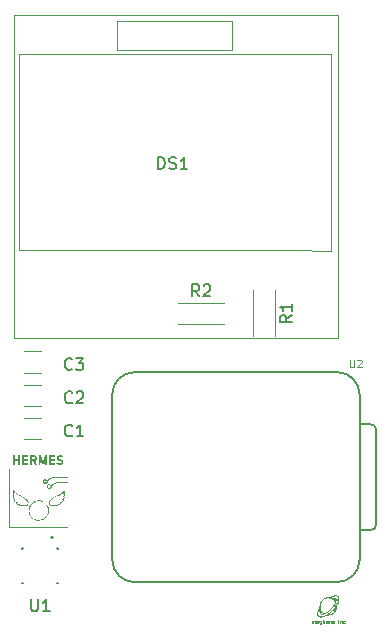
<source format=gbr>
%TF.GenerationSoftware,KiCad,Pcbnew,9.0.1*%
%TF.CreationDate,2025-07-17T13:04:37-04:00*%
%TF.ProjectId,hermes,6865726d-6573-42e6-9b69-6361645f7063,rev?*%
%TF.SameCoordinates,Original*%
%TF.FileFunction,Legend,Top*%
%TF.FilePolarity,Positive*%
%FSLAX46Y46*%
G04 Gerber Fmt 4.6, Leading zero omitted, Abs format (unit mm)*
G04 Created by KiCad (PCBNEW 9.0.1) date 2025-07-17 13:04:37*
%MOMM*%
%LPD*%
G01*
G04 APERTURE LIST*
%ADD10C,0.200000*%
%ADD11C,0.075000*%
%ADD12C,0.150000*%
%ADD13C,0.101600*%
%ADD14C,0.000000*%
%ADD15C,0.120000*%
%ADD16C,0.127000*%
%ADD17C,0.100000*%
G04 APERTURE END LIST*
D10*
G36*
X100872435Y-113744000D02*
G01*
X100872435Y-112949917D01*
X101022205Y-112949917D01*
X101022205Y-113744000D01*
X100872435Y-113744000D01*
G37*
G36*
X100437438Y-113744000D02*
G01*
X100437438Y-112949917D01*
X100587159Y-112949917D01*
X100587159Y-113744000D01*
X100437438Y-113744000D01*
G37*
G36*
X100506852Y-113421990D02*
G01*
X100506852Y-113277398D01*
X100969741Y-113277398D01*
X100969741Y-113421990D01*
X100506852Y-113421990D01*
G37*
G36*
X101197131Y-113744000D02*
G01*
X101197131Y-112949917D01*
X101346852Y-112949917D01*
X101346852Y-113744000D01*
X101197131Y-113744000D01*
G37*
G36*
X101251256Y-113744000D02*
G01*
X101251256Y-113599408D01*
X101729434Y-113599408D01*
X101729434Y-113744000D01*
X101251256Y-113744000D01*
G37*
G36*
X101251256Y-113421990D02*
G01*
X101251256Y-113277398D01*
X101669302Y-113277398D01*
X101669302Y-113421990D01*
X101251256Y-113421990D01*
G37*
G36*
X101251256Y-113094509D02*
G01*
X101251256Y-112949917D01*
X101729434Y-112949917D01*
X101729434Y-113094509D01*
X101251256Y-113094509D01*
G37*
G36*
X101925708Y-113425116D02*
G01*
X101925708Y-113280524D01*
X102202240Y-113280524D01*
X102224353Y-113277588D01*
X102242725Y-113269144D01*
X102258269Y-113254976D01*
X102273864Y-113226324D01*
X102279860Y-113187517D01*
X102277306Y-113160337D01*
X102270165Y-113138214D01*
X102258806Y-113120106D01*
X102243274Y-113105944D01*
X102224737Y-113097467D01*
X102202240Y-113094509D01*
X101925708Y-113094509D01*
X101925708Y-112949917D01*
X102214256Y-112949917D01*
X102257533Y-112953367D01*
X102295767Y-112963299D01*
X102329832Y-112979422D01*
X102360241Y-113001659D01*
X102385726Y-113029144D01*
X102406622Y-113062464D01*
X102421488Y-113099059D01*
X102430745Y-113140451D01*
X102433977Y-113187517D01*
X102430718Y-113234570D01*
X102421382Y-113275978D01*
X102406378Y-113312618D01*
X102385330Y-113345937D01*
X102359838Y-113373406D01*
X102329588Y-113395612D01*
X102295678Y-113411726D01*
X102257531Y-113421662D01*
X102214256Y-113425116D01*
X101925708Y-113425116D01*
G37*
G36*
X101866161Y-113744000D02*
G01*
X101866161Y-112949917D01*
X102015882Y-112949917D01*
X102015882Y-113744000D01*
X101866161Y-113744000D01*
G37*
G36*
X102285868Y-113744000D02*
G01*
X102092965Y-113400448D01*
X102253091Y-113375290D01*
X102467292Y-113744000D01*
X102285868Y-113744000D01*
G37*
G36*
X102944836Y-113485151D02*
G01*
X103096217Y-112949917D01*
X103293468Y-112949917D01*
X103293468Y-113744000D01*
X103157424Y-113744000D01*
X103157424Y-113127433D01*
X103162847Y-113162360D01*
X103010928Y-113655535D01*
X102878695Y-113655535D01*
X102726775Y-113173302D01*
X102732247Y-113127433D01*
X102732247Y-113744000D01*
X102596154Y-113744000D01*
X102596154Y-112949917D01*
X102793454Y-112949917D01*
X102944836Y-113485151D01*
G37*
G36*
X103468394Y-113744000D02*
G01*
X103468394Y-112949917D01*
X103618115Y-112949917D01*
X103618115Y-113744000D01*
X103468394Y-113744000D01*
G37*
G36*
X103522519Y-113744000D02*
G01*
X103522519Y-113599408D01*
X104000697Y-113599408D01*
X104000697Y-113744000D01*
X103522519Y-113744000D01*
G37*
G36*
X103522519Y-113421990D02*
G01*
X103522519Y-113277398D01*
X103940565Y-113277398D01*
X103940565Y-113421990D01*
X103522519Y-113421990D01*
G37*
G36*
X103522519Y-113094509D02*
G01*
X103522519Y-112949917D01*
X104000697Y-112949917D01*
X104000697Y-113094509D01*
X103522519Y-113094509D01*
G37*
G36*
X104387187Y-113752597D02*
G01*
X104330797Y-113749711D01*
X104275959Y-113741117D01*
X104222935Y-113726859D01*
X104174012Y-113707510D01*
X104128487Y-113682926D01*
X104088234Y-113654216D01*
X104157648Y-113530629D01*
X104206685Y-113563894D01*
X104263649Y-113589003D01*
X104324617Y-113604430D01*
X104387187Y-113609568D01*
X104435621Y-113606345D01*
X104472729Y-113597674D01*
X104500858Y-113584655D01*
X104523649Y-113565381D01*
X104536791Y-113542354D01*
X104541304Y-113514265D01*
X104541304Y-113513678D01*
X104535933Y-113482464D01*
X104521081Y-113460922D01*
X104498408Y-113445387D01*
X104467787Y-113433860D01*
X104395931Y-113419108D01*
X104301898Y-113401376D01*
X104255989Y-113387441D01*
X104214459Y-113367475D01*
X104178765Y-113339533D01*
X104150272Y-113301041D01*
X104137446Y-113271233D01*
X104129028Y-113233411D01*
X104125945Y-113185709D01*
X104125945Y-113185123D01*
X104131149Y-113127969D01*
X104145873Y-113080002D01*
X104169510Y-113039430D01*
X104202442Y-113005018D01*
X104241986Y-112978561D01*
X104290040Y-112958694D01*
X104348312Y-112945914D01*
X104418890Y-112941320D01*
X104483247Y-112946609D01*
X104550000Y-112962911D01*
X104614376Y-112989091D01*
X104674075Y-113024411D01*
X104610669Y-113151222D01*
X104563421Y-113122481D01*
X104514780Y-113101641D01*
X104464944Y-113088519D01*
X104418890Y-113084348D01*
X104373276Y-113087307D01*
X104338500Y-113095245D01*
X104312302Y-113107112D01*
X104290971Y-113124736D01*
X104278762Y-113145614D01*
X104274591Y-113170908D01*
X104274591Y-113171494D01*
X104277336Y-113196012D01*
X104284906Y-113214878D01*
X104296964Y-113229429D01*
X104321968Y-113246171D01*
X104355436Y-113258689D01*
X104433056Y-113276421D01*
X104524305Y-113298012D01*
X104568032Y-113313786D01*
X104607397Y-113334942D01*
X104641045Y-113363230D01*
X104667529Y-113401083D01*
X104679406Y-113430002D01*
X104687140Y-113465936D01*
X104689951Y-113510406D01*
X104689951Y-113511529D01*
X104684617Y-113567603D01*
X104669470Y-113614881D01*
X104645009Y-113655118D01*
X104610669Y-113689484D01*
X104569916Y-113715623D01*
X104520321Y-113735324D01*
X104460122Y-113748026D01*
X104387187Y-113752597D01*
G37*
D11*
X125720770Y-127159385D02*
X125720770Y-126959385D01*
X125720770Y-126987957D02*
X125735056Y-126973671D01*
X125735056Y-126973671D02*
X125763627Y-126959385D01*
X125763627Y-126959385D02*
X125806484Y-126959385D01*
X125806484Y-126959385D02*
X125835056Y-126973671D01*
X125835056Y-126973671D02*
X125849342Y-127002242D01*
X125849342Y-127002242D02*
X125849342Y-127159385D01*
X125849342Y-127002242D02*
X125863627Y-126973671D01*
X125863627Y-126973671D02*
X125892199Y-126959385D01*
X125892199Y-126959385D02*
X125935056Y-126959385D01*
X125935056Y-126959385D02*
X125963627Y-126973671D01*
X125963627Y-126973671D02*
X125977913Y-127002242D01*
X125977913Y-127002242D02*
X125977913Y-127159385D01*
X126235056Y-127145100D02*
X126206484Y-127159385D01*
X126206484Y-127159385D02*
X126149342Y-127159385D01*
X126149342Y-127159385D02*
X126120770Y-127145100D01*
X126120770Y-127145100D02*
X126106484Y-127116528D01*
X126106484Y-127116528D02*
X126106484Y-127002242D01*
X126106484Y-127002242D02*
X126120770Y-126973671D01*
X126120770Y-126973671D02*
X126149342Y-126959385D01*
X126149342Y-126959385D02*
X126206484Y-126959385D01*
X126206484Y-126959385D02*
X126235056Y-126973671D01*
X126235056Y-126973671D02*
X126249342Y-127002242D01*
X126249342Y-127002242D02*
X126249342Y-127030814D01*
X126249342Y-127030814D02*
X126106484Y-127059385D01*
X126506485Y-126959385D02*
X126506485Y-127202242D01*
X126506485Y-127202242D02*
X126492199Y-127230814D01*
X126492199Y-127230814D02*
X126477913Y-127245100D01*
X126477913Y-127245100D02*
X126449342Y-127259385D01*
X126449342Y-127259385D02*
X126406485Y-127259385D01*
X126406485Y-127259385D02*
X126377913Y-127245100D01*
X126506485Y-127145100D02*
X126477913Y-127159385D01*
X126477913Y-127159385D02*
X126420770Y-127159385D01*
X126420770Y-127159385D02*
X126392199Y-127145100D01*
X126392199Y-127145100D02*
X126377913Y-127130814D01*
X126377913Y-127130814D02*
X126363627Y-127102242D01*
X126363627Y-127102242D02*
X126363627Y-127016528D01*
X126363627Y-127016528D02*
X126377913Y-126987957D01*
X126377913Y-126987957D02*
X126392199Y-126973671D01*
X126392199Y-126973671D02*
X126420770Y-126959385D01*
X126420770Y-126959385D02*
X126477913Y-126959385D01*
X126477913Y-126959385D02*
X126506485Y-126973671D01*
X126649342Y-127159385D02*
X126649342Y-126859385D01*
X126777914Y-127159385D02*
X126777914Y-127002242D01*
X126777914Y-127002242D02*
X126763628Y-126973671D01*
X126763628Y-126973671D02*
X126735056Y-126959385D01*
X126735056Y-126959385D02*
X126692199Y-126959385D01*
X126692199Y-126959385D02*
X126663628Y-126973671D01*
X126663628Y-126973671D02*
X126649342Y-126987957D01*
X127049343Y-127159385D02*
X127049343Y-127002242D01*
X127049343Y-127002242D02*
X127035057Y-126973671D01*
X127035057Y-126973671D02*
X127006485Y-126959385D01*
X127006485Y-126959385D02*
X126949343Y-126959385D01*
X126949343Y-126959385D02*
X126920771Y-126973671D01*
X127049343Y-127145100D02*
X127020771Y-127159385D01*
X127020771Y-127159385D02*
X126949343Y-127159385D01*
X126949343Y-127159385D02*
X126920771Y-127145100D01*
X126920771Y-127145100D02*
X126906485Y-127116528D01*
X126906485Y-127116528D02*
X126906485Y-127087957D01*
X126906485Y-127087957D02*
X126920771Y-127059385D01*
X126920771Y-127059385D02*
X126949343Y-127045100D01*
X126949343Y-127045100D02*
X127020771Y-127045100D01*
X127020771Y-127045100D02*
X127049343Y-127030814D01*
X127192200Y-126959385D02*
X127192200Y-127159385D01*
X127192200Y-126987957D02*
X127206486Y-126973671D01*
X127206486Y-126973671D02*
X127235057Y-126959385D01*
X127235057Y-126959385D02*
X127277914Y-126959385D01*
X127277914Y-126959385D02*
X127306486Y-126973671D01*
X127306486Y-126973671D02*
X127320772Y-127002242D01*
X127320772Y-127002242D02*
X127320772Y-127159385D01*
X127592201Y-127159385D02*
X127592201Y-127002242D01*
X127592201Y-127002242D02*
X127577915Y-126973671D01*
X127577915Y-126973671D02*
X127549343Y-126959385D01*
X127549343Y-126959385D02*
X127492201Y-126959385D01*
X127492201Y-126959385D02*
X127463629Y-126973671D01*
X127592201Y-127145100D02*
X127563629Y-127159385D01*
X127563629Y-127159385D02*
X127492201Y-127159385D01*
X127492201Y-127159385D02*
X127463629Y-127145100D01*
X127463629Y-127145100D02*
X127449343Y-127116528D01*
X127449343Y-127116528D02*
X127449343Y-127087957D01*
X127449343Y-127087957D02*
X127463629Y-127059385D01*
X127463629Y-127059385D02*
X127492201Y-127045100D01*
X127492201Y-127045100D02*
X127563629Y-127045100D01*
X127563629Y-127045100D02*
X127592201Y-127030814D01*
X127963629Y-127159385D02*
X127963629Y-126959385D01*
X127963629Y-126859385D02*
X127949343Y-126873671D01*
X127949343Y-126873671D02*
X127963629Y-126887957D01*
X127963629Y-126887957D02*
X127977915Y-126873671D01*
X127977915Y-126873671D02*
X127963629Y-126859385D01*
X127963629Y-126859385D02*
X127963629Y-126887957D01*
X128106486Y-126959385D02*
X128106486Y-127159385D01*
X128106486Y-126987957D02*
X128120772Y-126973671D01*
X128120772Y-126973671D02*
X128149343Y-126959385D01*
X128149343Y-126959385D02*
X128192200Y-126959385D01*
X128192200Y-126959385D02*
X128220772Y-126973671D01*
X128220772Y-126973671D02*
X128235058Y-127002242D01*
X128235058Y-127002242D02*
X128235058Y-127159385D01*
X128506487Y-127145100D02*
X128477915Y-127159385D01*
X128477915Y-127159385D02*
X128420772Y-127159385D01*
X128420772Y-127159385D02*
X128392201Y-127145100D01*
X128392201Y-127145100D02*
X128377915Y-127130814D01*
X128377915Y-127130814D02*
X128363629Y-127102242D01*
X128363629Y-127102242D02*
X128363629Y-127016528D01*
X128363629Y-127016528D02*
X128377915Y-126987957D01*
X128377915Y-126987957D02*
X128392201Y-126973671D01*
X128392201Y-126973671D02*
X128420772Y-126959385D01*
X128420772Y-126959385D02*
X128477915Y-126959385D01*
X128477915Y-126959385D02*
X128506487Y-126973671D01*
D12*
X124024819Y-101076666D02*
X123548628Y-101409999D01*
X124024819Y-101648094D02*
X123024819Y-101648094D01*
X123024819Y-101648094D02*
X123024819Y-101267142D01*
X123024819Y-101267142D02*
X123072438Y-101171904D01*
X123072438Y-101171904D02*
X123120057Y-101124285D01*
X123120057Y-101124285D02*
X123215295Y-101076666D01*
X123215295Y-101076666D02*
X123358152Y-101076666D01*
X123358152Y-101076666D02*
X123453390Y-101124285D01*
X123453390Y-101124285D02*
X123501009Y-101171904D01*
X123501009Y-101171904D02*
X123548628Y-101267142D01*
X123548628Y-101267142D02*
X123548628Y-101648094D01*
X124024819Y-100124285D02*
X124024819Y-100695713D01*
X124024819Y-100409999D02*
X123024819Y-100409999D01*
X123024819Y-100409999D02*
X123167676Y-100505237D01*
X123167676Y-100505237D02*
X123262914Y-100600475D01*
X123262914Y-100600475D02*
X123310533Y-100695713D01*
X105433333Y-111259580D02*
X105385714Y-111307200D01*
X105385714Y-111307200D02*
X105242857Y-111354819D01*
X105242857Y-111354819D02*
X105147619Y-111354819D01*
X105147619Y-111354819D02*
X105004762Y-111307200D01*
X105004762Y-111307200D02*
X104909524Y-111211961D01*
X104909524Y-111211961D02*
X104861905Y-111116723D01*
X104861905Y-111116723D02*
X104814286Y-110926247D01*
X104814286Y-110926247D02*
X104814286Y-110783390D01*
X104814286Y-110783390D02*
X104861905Y-110592914D01*
X104861905Y-110592914D02*
X104909524Y-110497676D01*
X104909524Y-110497676D02*
X105004762Y-110402438D01*
X105004762Y-110402438D02*
X105147619Y-110354819D01*
X105147619Y-110354819D02*
X105242857Y-110354819D01*
X105242857Y-110354819D02*
X105385714Y-110402438D01*
X105385714Y-110402438D02*
X105433333Y-110450057D01*
X106385714Y-111354819D02*
X105814286Y-111354819D01*
X106100000Y-111354819D02*
X106100000Y-110354819D01*
X106100000Y-110354819D02*
X106004762Y-110497676D01*
X106004762Y-110497676D02*
X105909524Y-110592914D01*
X105909524Y-110592914D02*
X105814286Y-110640533D01*
X101968095Y-125154819D02*
X101968095Y-125964342D01*
X101968095Y-125964342D02*
X102015714Y-126059580D01*
X102015714Y-126059580D02*
X102063333Y-126107200D01*
X102063333Y-126107200D02*
X102158571Y-126154819D01*
X102158571Y-126154819D02*
X102349047Y-126154819D01*
X102349047Y-126154819D02*
X102444285Y-126107200D01*
X102444285Y-126107200D02*
X102491904Y-126059580D01*
X102491904Y-126059580D02*
X102539523Y-125964342D01*
X102539523Y-125964342D02*
X102539523Y-125154819D01*
X103539523Y-126154819D02*
X102968095Y-126154819D01*
X103253809Y-126154819D02*
X103253809Y-125154819D01*
X103253809Y-125154819D02*
X103158571Y-125297676D01*
X103158571Y-125297676D02*
X103063333Y-125392914D01*
X103063333Y-125392914D02*
X102968095Y-125440533D01*
X105403333Y-105619580D02*
X105355714Y-105667200D01*
X105355714Y-105667200D02*
X105212857Y-105714819D01*
X105212857Y-105714819D02*
X105117619Y-105714819D01*
X105117619Y-105714819D02*
X104974762Y-105667200D01*
X104974762Y-105667200D02*
X104879524Y-105571961D01*
X104879524Y-105571961D02*
X104831905Y-105476723D01*
X104831905Y-105476723D02*
X104784286Y-105286247D01*
X104784286Y-105286247D02*
X104784286Y-105143390D01*
X104784286Y-105143390D02*
X104831905Y-104952914D01*
X104831905Y-104952914D02*
X104879524Y-104857676D01*
X104879524Y-104857676D02*
X104974762Y-104762438D01*
X104974762Y-104762438D02*
X105117619Y-104714819D01*
X105117619Y-104714819D02*
X105212857Y-104714819D01*
X105212857Y-104714819D02*
X105355714Y-104762438D01*
X105355714Y-104762438D02*
X105403333Y-104810057D01*
X105736667Y-104714819D02*
X106355714Y-104714819D01*
X106355714Y-104714819D02*
X106022381Y-105095771D01*
X106022381Y-105095771D02*
X106165238Y-105095771D01*
X106165238Y-105095771D02*
X106260476Y-105143390D01*
X106260476Y-105143390D02*
X106308095Y-105191009D01*
X106308095Y-105191009D02*
X106355714Y-105286247D01*
X106355714Y-105286247D02*
X106355714Y-105524342D01*
X106355714Y-105524342D02*
X106308095Y-105619580D01*
X106308095Y-105619580D02*
X106260476Y-105667200D01*
X106260476Y-105667200D02*
X106165238Y-105714819D01*
X106165238Y-105714819D02*
X105879524Y-105714819D01*
X105879524Y-105714819D02*
X105784286Y-105667200D01*
X105784286Y-105667200D02*
X105736667Y-105619580D01*
X112705714Y-88708819D02*
X112705714Y-87708819D01*
X112705714Y-87708819D02*
X112943809Y-87708819D01*
X112943809Y-87708819D02*
X113086666Y-87756438D01*
X113086666Y-87756438D02*
X113181904Y-87851676D01*
X113181904Y-87851676D02*
X113229523Y-87946914D01*
X113229523Y-87946914D02*
X113277142Y-88137390D01*
X113277142Y-88137390D02*
X113277142Y-88280247D01*
X113277142Y-88280247D02*
X113229523Y-88470723D01*
X113229523Y-88470723D02*
X113181904Y-88565961D01*
X113181904Y-88565961D02*
X113086666Y-88661200D01*
X113086666Y-88661200D02*
X112943809Y-88708819D01*
X112943809Y-88708819D02*
X112705714Y-88708819D01*
X113658095Y-88661200D02*
X113800952Y-88708819D01*
X113800952Y-88708819D02*
X114039047Y-88708819D01*
X114039047Y-88708819D02*
X114134285Y-88661200D01*
X114134285Y-88661200D02*
X114181904Y-88613580D01*
X114181904Y-88613580D02*
X114229523Y-88518342D01*
X114229523Y-88518342D02*
X114229523Y-88423104D01*
X114229523Y-88423104D02*
X114181904Y-88327866D01*
X114181904Y-88327866D02*
X114134285Y-88280247D01*
X114134285Y-88280247D02*
X114039047Y-88232628D01*
X114039047Y-88232628D02*
X113848571Y-88185009D01*
X113848571Y-88185009D02*
X113753333Y-88137390D01*
X113753333Y-88137390D02*
X113705714Y-88089771D01*
X113705714Y-88089771D02*
X113658095Y-87994533D01*
X113658095Y-87994533D02*
X113658095Y-87899295D01*
X113658095Y-87899295D02*
X113705714Y-87804057D01*
X113705714Y-87804057D02*
X113753333Y-87756438D01*
X113753333Y-87756438D02*
X113848571Y-87708819D01*
X113848571Y-87708819D02*
X114086666Y-87708819D01*
X114086666Y-87708819D02*
X114229523Y-87756438D01*
X115181904Y-88708819D02*
X114610476Y-88708819D01*
X114896190Y-88708819D02*
X114896190Y-87708819D01*
X114896190Y-87708819D02*
X114800952Y-87851676D01*
X114800952Y-87851676D02*
X114705714Y-87946914D01*
X114705714Y-87946914D02*
X114610476Y-87994533D01*
X116183333Y-99484819D02*
X115850000Y-99008628D01*
X115611905Y-99484819D02*
X115611905Y-98484819D01*
X115611905Y-98484819D02*
X115992857Y-98484819D01*
X115992857Y-98484819D02*
X116088095Y-98532438D01*
X116088095Y-98532438D02*
X116135714Y-98580057D01*
X116135714Y-98580057D02*
X116183333Y-98675295D01*
X116183333Y-98675295D02*
X116183333Y-98818152D01*
X116183333Y-98818152D02*
X116135714Y-98913390D01*
X116135714Y-98913390D02*
X116088095Y-98961009D01*
X116088095Y-98961009D02*
X115992857Y-99008628D01*
X115992857Y-99008628D02*
X115611905Y-99008628D01*
X116564286Y-98580057D02*
X116611905Y-98532438D01*
X116611905Y-98532438D02*
X116707143Y-98484819D01*
X116707143Y-98484819D02*
X116945238Y-98484819D01*
X116945238Y-98484819D02*
X117040476Y-98532438D01*
X117040476Y-98532438D02*
X117088095Y-98580057D01*
X117088095Y-98580057D02*
X117135714Y-98675295D01*
X117135714Y-98675295D02*
X117135714Y-98770533D01*
X117135714Y-98770533D02*
X117088095Y-98913390D01*
X117088095Y-98913390D02*
X116516667Y-99484819D01*
X116516667Y-99484819D02*
X117135714Y-99484819D01*
D13*
X128936190Y-104863479D02*
X128936190Y-105377526D01*
X128936190Y-105377526D02*
X128966428Y-105438002D01*
X128966428Y-105438002D02*
X128996666Y-105468241D01*
X128996666Y-105468241D02*
X129057142Y-105498479D01*
X129057142Y-105498479D02*
X129178095Y-105498479D01*
X129178095Y-105498479D02*
X129238571Y-105468241D01*
X129238571Y-105468241D02*
X129268809Y-105438002D01*
X129268809Y-105438002D02*
X129299047Y-105377526D01*
X129299047Y-105377526D02*
X129299047Y-104863479D01*
X129571190Y-104923955D02*
X129601428Y-104893717D01*
X129601428Y-104893717D02*
X129661904Y-104863479D01*
X129661904Y-104863479D02*
X129813095Y-104863479D01*
X129813095Y-104863479D02*
X129873571Y-104893717D01*
X129873571Y-104893717D02*
X129903809Y-104923955D01*
X129903809Y-104923955D02*
X129934047Y-104984431D01*
X129934047Y-104984431D02*
X129934047Y-105044907D01*
X129934047Y-105044907D02*
X129903809Y-105135621D01*
X129903809Y-105135621D02*
X129540952Y-105498479D01*
X129540952Y-105498479D02*
X129934047Y-105498479D01*
D12*
X105433333Y-108449580D02*
X105385714Y-108497200D01*
X105385714Y-108497200D02*
X105242857Y-108544819D01*
X105242857Y-108544819D02*
X105147619Y-108544819D01*
X105147619Y-108544819D02*
X105004762Y-108497200D01*
X105004762Y-108497200D02*
X104909524Y-108401961D01*
X104909524Y-108401961D02*
X104861905Y-108306723D01*
X104861905Y-108306723D02*
X104814286Y-108116247D01*
X104814286Y-108116247D02*
X104814286Y-107973390D01*
X104814286Y-107973390D02*
X104861905Y-107782914D01*
X104861905Y-107782914D02*
X104909524Y-107687676D01*
X104909524Y-107687676D02*
X105004762Y-107592438D01*
X105004762Y-107592438D02*
X105147619Y-107544819D01*
X105147619Y-107544819D02*
X105242857Y-107544819D01*
X105242857Y-107544819D02*
X105385714Y-107592438D01*
X105385714Y-107592438D02*
X105433333Y-107640057D01*
X105814286Y-107640057D02*
X105861905Y-107592438D01*
X105861905Y-107592438D02*
X105957143Y-107544819D01*
X105957143Y-107544819D02*
X106195238Y-107544819D01*
X106195238Y-107544819D02*
X106290476Y-107592438D01*
X106290476Y-107592438D02*
X106338095Y-107640057D01*
X106338095Y-107640057D02*
X106385714Y-107735295D01*
X106385714Y-107735295D02*
X106385714Y-107830533D01*
X106385714Y-107830533D02*
X106338095Y-107973390D01*
X106338095Y-107973390D02*
X105766667Y-108544819D01*
X105766667Y-108544819D02*
X106385714Y-108544819D01*
D14*
%TO.C,G\u002A\u002A\u002A*%
G36*
X126472140Y-125766853D02*
G01*
X126472533Y-125772008D01*
X126471879Y-125773175D01*
X126470380Y-125772191D01*
X126470147Y-125768846D01*
X126470952Y-125765326D01*
X126472140Y-125766853D01*
G37*
G36*
X127798348Y-124806600D02*
G01*
X127816921Y-124806774D01*
X127831248Y-124807194D01*
X127842504Y-124807964D01*
X127851865Y-124809184D01*
X127860505Y-124810957D01*
X127869600Y-124813385D01*
X127876600Y-124815449D01*
X127892090Y-124820319D01*
X127907361Y-124825497D01*
X127919779Y-124830080D01*
X127922776Y-124831296D01*
X127936513Y-124838441D01*
X127952590Y-124848850D01*
X127968983Y-124861016D01*
X127983671Y-124873428D01*
X127994632Y-124884579D01*
X127995338Y-124885434D01*
X128001955Y-124893507D01*
X128007189Y-124899730D01*
X128008579Y-124901310D01*
X128017116Y-124912173D01*
X128026740Y-124926740D01*
X128036189Y-124942845D01*
X128044200Y-124958325D01*
X128049512Y-124971016D01*
X128049851Y-124972066D01*
X128054319Y-124990812D01*
X128057920Y-125014822D01*
X128060595Y-125042813D01*
X128062285Y-125073502D01*
X128062932Y-125105606D01*
X128062477Y-125137842D01*
X128060861Y-125168928D01*
X128059549Y-125184152D01*
X128053931Y-125229624D01*
X128046142Y-125273684D01*
X128035871Y-125317324D01*
X128022809Y-125361536D01*
X128006648Y-125407310D01*
X127987078Y-125455639D01*
X127963789Y-125507513D01*
X127949125Y-125538242D01*
X127932856Y-125571811D01*
X127919261Y-125600080D01*
X127908060Y-125623645D01*
X127898970Y-125643104D01*
X127891709Y-125659052D01*
X127887972Y-125667506D01*
X127885034Y-125675509D01*
X127882376Y-125685722D01*
X127879890Y-125698881D01*
X127877470Y-125715723D01*
X127875010Y-125736982D01*
X127872405Y-125763396D01*
X127869703Y-125793858D01*
X127865812Y-125833219D01*
X127861139Y-125869914D01*
X127855855Y-125902827D01*
X127850128Y-125930841D01*
X127847036Y-125943084D01*
X127843166Y-125957148D01*
X127839036Y-125972091D01*
X127837620Y-125977192D01*
X127830120Y-126000671D01*
X127819940Y-126027558D01*
X127807911Y-126055994D01*
X127794870Y-126084121D01*
X127781647Y-126110082D01*
X127769079Y-126132016D01*
X127765990Y-126136878D01*
X127762076Y-126143620D01*
X127758737Y-126150071D01*
X127751885Y-126162392D01*
X127742515Y-126177084D01*
X127732394Y-126191505D01*
X127723437Y-126202844D01*
X127716844Y-126210502D01*
X127711952Y-126216312D01*
X127710842Y-126217686D01*
X127687034Y-126247402D01*
X127665172Y-126272615D01*
X127644051Y-126294617D01*
X127622470Y-126314702D01*
X127613075Y-126322796D01*
X127601796Y-126332496D01*
X127588813Y-126343927D01*
X127578877Y-126352859D01*
X127568322Y-126362035D01*
X127558092Y-126370207D01*
X127550505Y-126375537D01*
X127543248Y-126380219D01*
X127538821Y-126383620D01*
X127538527Y-126383947D01*
X127534778Y-126386856D01*
X127526537Y-126392213D01*
X127514995Y-126399322D01*
X127501345Y-126407491D01*
X127486776Y-126416024D01*
X127472481Y-126424227D01*
X127459650Y-126431407D01*
X127449475Y-126436868D01*
X127443147Y-126439916D01*
X127441809Y-126440319D01*
X127438068Y-126441625D01*
X127430080Y-126445054D01*
X127419544Y-126449876D01*
X127419113Y-126450079D01*
X127371881Y-126469691D01*
X127321019Y-126485750D01*
X127266117Y-126498332D01*
X127206763Y-126507509D01*
X127142545Y-126513358D01*
X127073053Y-126515952D01*
X127054633Y-126516101D01*
X127024251Y-126516179D01*
X126958983Y-126548977D01*
X126907803Y-126574194D01*
X126861194Y-126596031D01*
X126818270Y-126614817D01*
X126778146Y-126630878D01*
X126739936Y-126644542D01*
X126702753Y-126656137D01*
X126665713Y-126665990D01*
X126627929Y-126674427D01*
X126610063Y-126677922D01*
X126588032Y-126681227D01*
X126562131Y-126683789D01*
X126534287Y-126685532D01*
X126506424Y-126686376D01*
X126480469Y-126686245D01*
X126458348Y-126685060D01*
X126451326Y-126684316D01*
X126415375Y-126678608D01*
X126383817Y-126670777D01*
X126354932Y-126660106D01*
X126326999Y-126645879D01*
X126298298Y-126627380D01*
X126277250Y-126611829D01*
X126255640Y-126594133D01*
X126238057Y-126577001D01*
X126223562Y-126559067D01*
X126211218Y-126538963D01*
X126200085Y-126515323D01*
X126189225Y-126486779D01*
X126187025Y-126480427D01*
X126175004Y-126445267D01*
X126173685Y-126376543D01*
X126173324Y-126346854D01*
X126173425Y-126337653D01*
X126264705Y-126337653D01*
X126265073Y-126380810D01*
X126269753Y-126420415D01*
X126278689Y-126456122D01*
X126291822Y-126487581D01*
X126309093Y-126514447D01*
X126325852Y-126532398D01*
X126353704Y-126553398D01*
X126386230Y-126570579D01*
X126422400Y-126583432D01*
X126436904Y-126587081D01*
X126451738Y-126589311D01*
X126471622Y-126590730D01*
X126495065Y-126591372D01*
X126520574Y-126591272D01*
X126546658Y-126590465D01*
X126571825Y-126588985D01*
X126594583Y-126586868D01*
X126613440Y-126584149D01*
X126619958Y-126582807D01*
X126680227Y-126566478D01*
X126742350Y-126545074D01*
X126806572Y-126518480D01*
X126873137Y-126486580D01*
X126942291Y-126449259D01*
X126997676Y-126416286D01*
X127180851Y-126416286D01*
X127182546Y-126418874D01*
X127190124Y-126419487D01*
X127203187Y-126418167D01*
X127221338Y-126414961D01*
X127244181Y-126409912D01*
X127249928Y-126408526D01*
X127296821Y-126395686D01*
X127341014Y-126380550D01*
X127384315Y-126362374D01*
X127428532Y-126340413D01*
X127465501Y-126319782D01*
X127474559Y-126313987D01*
X127487127Y-126305272D01*
X127501567Y-126294840D01*
X127516242Y-126283899D01*
X127529517Y-126273654D01*
X127539752Y-126265310D01*
X127541447Y-126263838D01*
X127590320Y-126216358D01*
X127633870Y-126165018D01*
X127672170Y-126109715D01*
X127705294Y-126050345D01*
X127726286Y-126004286D01*
X127735218Y-125981258D01*
X127744417Y-125954828D01*
X127753193Y-125927196D01*
X127760855Y-125900563D01*
X127766714Y-125877129D01*
X127767952Y-125871367D01*
X127770606Y-125858523D01*
X127772978Y-125847218D01*
X127774526Y-125840033D01*
X127776369Y-125831788D01*
X127768661Y-125840033D01*
X127761875Y-125847870D01*
X127753969Y-125857780D01*
X127751180Y-125861472D01*
X127745206Y-125869426D01*
X127740887Y-125874970D01*
X127739740Y-125876314D01*
X127736953Y-125879574D01*
X127731334Y-125886442D01*
X127724884Y-125894455D01*
X127676769Y-125952758D01*
X127628078Y-126007897D01*
X127616036Y-126020976D01*
X127599623Y-126038351D01*
X127580179Y-126058417D01*
X127558442Y-126080453D01*
X127535148Y-126103742D01*
X127511035Y-126127564D01*
X127486840Y-126151200D01*
X127463300Y-126173933D01*
X127441153Y-126195042D01*
X127421136Y-126213809D01*
X127403985Y-126229515D01*
X127390438Y-126241442D01*
X127386833Y-126244468D01*
X127370707Y-126257902D01*
X127356633Y-126269992D01*
X127341555Y-126283372D01*
X127337532Y-126286991D01*
X127325190Y-126297692D01*
X127310719Y-126309625D01*
X127297753Y-126319820D01*
X127287608Y-126327595D01*
X127279606Y-126333845D01*
X127275114Y-126337500D01*
X127274665Y-126337919D01*
X127270208Y-126341954D01*
X127262108Y-126348631D01*
X127252013Y-126356650D01*
X127241572Y-126364714D01*
X127232433Y-126371524D01*
X127228426Y-126374354D01*
X127217661Y-126382217D01*
X127206240Y-126391401D01*
X127195524Y-126400706D01*
X127186874Y-126408932D01*
X127181650Y-126414882D01*
X127180851Y-126416286D01*
X126997676Y-126416286D01*
X127014280Y-126406401D01*
X127068523Y-126371710D01*
X127085570Y-126360286D01*
X127104910Y-126346957D01*
X127125624Y-126332389D01*
X127146797Y-126317251D01*
X127167511Y-126302212D01*
X127186849Y-126287938D01*
X127203894Y-126275099D01*
X127217730Y-126264362D01*
X127227439Y-126256395D01*
X127230138Y-126253967D01*
X127238100Y-126246757D01*
X127245159Y-126240722D01*
X127251659Y-126235340D01*
X127261254Y-126227363D01*
X127271977Y-126218429D01*
X127273016Y-126217562D01*
X127283714Y-126208646D01*
X127293450Y-126200550D01*
X127300271Y-126194897D01*
X127300722Y-126194525D01*
X127308375Y-126188065D01*
X127314076Y-126183054D01*
X127318960Y-126178740D01*
X127327371Y-126171437D01*
X127337819Y-126162435D01*
X127342440Y-126158472D01*
X127353279Y-126149128D01*
X127362678Y-126140913D01*
X127369154Y-126135126D01*
X127370643Y-126133735D01*
X127374560Y-126130005D01*
X127382479Y-126122507D01*
X127393600Y-126111997D01*
X127407126Y-126099229D01*
X127422255Y-126084961D01*
X127426661Y-126080807D01*
X127445394Y-126063144D01*
X127460150Y-126049183D01*
X127471750Y-126038103D01*
X127481016Y-126029082D01*
X127488772Y-126021298D01*
X127495838Y-126013928D01*
X127503037Y-126006152D01*
X127511192Y-125997145D01*
X127518737Y-125988747D01*
X127529670Y-125976594D01*
X127539816Y-125965360D01*
X127547861Y-125956499D01*
X127551720Y-125952290D01*
X127557409Y-125945881D01*
X127565899Y-125935999D01*
X127575802Y-125924267D01*
X127581404Y-125917547D01*
X127592057Y-125904766D01*
X127602600Y-125892221D01*
X127611385Y-125881867D01*
X127614505Y-125878237D01*
X127622776Y-125868358D01*
X127632677Y-125856072D01*
X127640891Y-125845558D01*
X127650886Y-125832513D01*
X127662227Y-125817707D01*
X127671210Y-125805978D01*
X127681395Y-125792423D01*
X127692370Y-125777430D01*
X127700647Y-125765822D01*
X127707687Y-125755945D01*
X127713355Y-125748339D01*
X127716527Y-125744507D01*
X127716671Y-125744384D01*
X127719253Y-125741163D01*
X127724728Y-125733560D01*
X127732321Y-125722672D01*
X127741257Y-125709600D01*
X127742271Y-125708103D01*
X127769428Y-125666209D01*
X127796388Y-125621328D01*
X127822743Y-125574329D01*
X127848084Y-125526082D01*
X127872005Y-125477458D01*
X127894096Y-125429327D01*
X127913951Y-125382560D01*
X127931161Y-125338027D01*
X127945319Y-125296599D01*
X127956016Y-125259146D01*
X127959404Y-125244695D01*
X127962353Y-125227087D01*
X127964722Y-125204944D01*
X127966503Y-125179449D01*
X127967690Y-125151781D01*
X127968276Y-125123124D01*
X127968255Y-125094659D01*
X127967619Y-125067566D01*
X127966363Y-125043029D01*
X127964478Y-125022227D01*
X127961959Y-125006343D01*
X127960791Y-125001693D01*
X127955667Y-124989590D01*
X127947074Y-124974777D01*
X127936269Y-124959138D01*
X127924512Y-124944564D01*
X127918140Y-124937729D01*
X127901918Y-124925479D01*
X127880143Y-124915399D01*
X127853558Y-124907688D01*
X127822904Y-124902545D01*
X127788923Y-124900171D01*
X127777870Y-124900028D01*
X127733156Y-124901287D01*
X127689264Y-124905214D01*
X127644707Y-124912050D01*
X127597998Y-124922034D01*
X127547651Y-124935404D01*
X127535229Y-124939034D01*
X127514253Y-124945575D01*
X127491982Y-124953075D01*
X127469276Y-124961186D01*
X127446996Y-124969561D01*
X127426003Y-124977852D01*
X127407158Y-124985714D01*
X127391322Y-124992799D01*
X127379355Y-124998760D01*
X127372120Y-125003250D01*
X127370315Y-125005494D01*
X127373154Y-125008159D01*
X127380767Y-125012617D01*
X127391797Y-125018229D01*
X127404888Y-125024351D01*
X127418684Y-125030341D01*
X127431828Y-125035558D01*
X127439658Y-125038321D01*
X127453014Y-125042189D01*
X127465225Y-125044270D01*
X127477864Y-125044511D01*
X127492501Y-125042861D01*
X127510706Y-125039267D01*
X127526983Y-125035428D01*
X127554120Y-125029041D01*
X127576600Y-125024432D01*
X127596044Y-125021359D01*
X127614076Y-125019581D01*
X127632318Y-125018859D01*
X127639124Y-125018812D01*
X127660693Y-125019958D01*
X127684068Y-125023096D01*
X127706744Y-125027769D01*
X127726213Y-125033520D01*
X127731744Y-125035677D01*
X127745100Y-125042986D01*
X127760451Y-125053878D01*
X127775793Y-125066689D01*
X127789124Y-125079756D01*
X127797992Y-125090724D01*
X127807295Y-125105664D01*
X127814103Y-125119333D01*
X127818781Y-125133240D01*
X127821695Y-125148892D01*
X127823210Y-125167797D01*
X127823690Y-125191464D01*
X127823694Y-125196870D01*
X127823244Y-125224366D01*
X127821907Y-125246822D01*
X127819568Y-125265753D01*
X127817639Y-125276029D01*
X127805815Y-125325020D01*
X127791137Y-125374038D01*
X127773333Y-125423686D01*
X127752128Y-125474566D01*
X127727249Y-125527283D01*
X127698420Y-125582440D01*
X127665369Y-125640638D01*
X127627821Y-125702483D01*
X127613892Y-125724590D01*
X127605716Y-125737279D01*
X127598721Y-125747812D01*
X127593715Y-125754991D01*
X127591612Y-125757572D01*
X127588855Y-125760800D01*
X127583214Y-125768270D01*
X127575563Y-125778802D01*
X127568391Y-125788910D01*
X127557894Y-125803509D01*
X127546821Y-125818344D01*
X127536846Y-125831195D01*
X127532333Y-125836735D01*
X127524298Y-125846374D01*
X127517677Y-125854413D01*
X127513868Y-125859157D01*
X127513808Y-125859235D01*
X127508866Y-125865318D01*
X127505544Y-125869165D01*
X127500141Y-125875570D01*
X127493568Y-125883755D01*
X127492911Y-125884595D01*
X127480855Y-125899184D01*
X127464871Y-125917218D01*
X127445919Y-125937712D01*
X127424959Y-125959682D01*
X127402949Y-125982143D01*
X127380849Y-126004110D01*
X127359619Y-126024598D01*
X127340219Y-126042621D01*
X127330681Y-126051123D01*
X127319576Y-126060873D01*
X127309906Y-126069434D01*
X127303052Y-126075580D01*
X127300959Y-126077509D01*
X127294569Y-126083193D01*
X127284239Y-126091951D01*
X127271205Y-126102771D01*
X127256702Y-126114638D01*
X127241966Y-126126539D01*
X127228234Y-126137461D01*
X127220534Y-126143475D01*
X127209158Y-126152350D01*
X127199111Y-126160327D01*
X127192043Y-126166090D01*
X127190520Y-126167393D01*
X127177243Y-126178269D01*
X127159174Y-126191859D01*
X127137224Y-126207566D01*
X127112308Y-126224789D01*
X127085335Y-126242932D01*
X127057219Y-126261395D01*
X127028872Y-126279580D01*
X127001206Y-126296889D01*
X126975134Y-126312722D01*
X126951567Y-126326483D01*
X126931417Y-126337571D01*
X126929996Y-126338317D01*
X126918121Y-126344649D01*
X126908620Y-126349960D01*
X126902916Y-126353443D01*
X126901960Y-126354208D01*
X126898408Y-126356406D01*
X126889898Y-126360816D01*
X126877485Y-126366938D01*
X126862223Y-126374271D01*
X126845166Y-126382313D01*
X126827368Y-126390562D01*
X126809885Y-126398518D01*
X126793771Y-126405678D01*
X126793250Y-126405906D01*
X126746386Y-126424562D01*
X126701205Y-126438954D01*
X126658138Y-126449047D01*
X126617615Y-126454810D01*
X126580067Y-126456209D01*
X126545924Y-126453211D01*
X126515617Y-126445783D01*
X126489577Y-126433892D01*
X126483080Y-126429738D01*
X126463717Y-126414053D01*
X126446130Y-126395347D01*
X126432113Y-126375657D01*
X126426990Y-126366052D01*
X126416800Y-126341102D01*
X126409936Y-126316410D01*
X126406169Y-126290379D01*
X126405268Y-126261413D01*
X126405675Y-126253554D01*
X126499607Y-126253554D01*
X126500929Y-126282189D01*
X126505121Y-126305397D01*
X126512618Y-126323881D01*
X126523856Y-126338344D01*
X126539271Y-126349492D01*
X126559299Y-126358028D01*
X126565536Y-126359971D01*
X126576851Y-126361965D01*
X126591963Y-126362918D01*
X126608544Y-126362867D01*
X126624271Y-126361851D01*
X126636816Y-126359906D01*
X126640755Y-126358756D01*
X126648359Y-126355932D01*
X126637990Y-126342884D01*
X126631673Y-126335436D01*
X126622040Y-126324678D01*
X126610376Y-126312023D01*
X126597969Y-126298886D01*
X126597403Y-126298294D01*
X126577231Y-126277138D01*
X126561075Y-126259942D01*
X126548294Y-126245990D01*
X126538248Y-126234568D01*
X126530298Y-126224963D01*
X126523802Y-126216460D01*
X126522682Y-126214913D01*
X126516031Y-126206549D01*
X126510357Y-126200968D01*
X126507670Y-126199545D01*
X126504340Y-126201971D01*
X126501940Y-126209519D01*
X126500408Y-126222601D01*
X126499685Y-126241626D01*
X126499607Y-126253554D01*
X126405675Y-126253554D01*
X126407004Y-126227916D01*
X126407031Y-126227581D01*
X126408807Y-126209723D01*
X126411250Y-126192597D01*
X126414672Y-126174691D01*
X126419382Y-126154492D01*
X126425691Y-126130488D01*
X126430533Y-126113065D01*
X126432139Y-126106806D01*
X126432870Y-126101176D01*
X126432507Y-126094916D01*
X126430830Y-126086768D01*
X126427622Y-126075473D01*
X126422661Y-126059773D01*
X126419625Y-126050398D01*
X126413684Y-126031903D01*
X126407991Y-126013826D01*
X126403100Y-125997944D01*
X126399561Y-125986035D01*
X126398865Y-125983573D01*
X126395774Y-125972993D01*
X126393560Y-125967857D01*
X126391490Y-125967208D01*
X126388833Y-125970095D01*
X126388684Y-125970297D01*
X126384557Y-125977015D01*
X126378225Y-125988662D01*
X126370214Y-126004161D01*
X126361053Y-126022438D01*
X126351269Y-126042417D01*
X126341389Y-126063023D01*
X126331942Y-126083181D01*
X126323455Y-126101815D01*
X126317480Y-126115439D01*
X126306637Y-126141481D01*
X126298118Y-126163878D01*
X126291217Y-126184844D01*
X126285229Y-126206596D01*
X126279449Y-126231348D01*
X126277144Y-126242073D01*
X126268710Y-126291292D01*
X126264705Y-126337653D01*
X126173425Y-126337653D01*
X126173596Y-126322057D01*
X126174654Y-126300468D01*
X126176649Y-126280398D01*
X126179736Y-126260164D01*
X126184064Y-126238077D01*
X126187666Y-126221712D01*
X126195253Y-126191077D01*
X126204536Y-126158142D01*
X126214924Y-126124742D01*
X126225825Y-126092713D01*
X126236646Y-126063890D01*
X126244781Y-126044526D01*
X126252220Y-126028257D01*
X126260694Y-126010271D01*
X126269570Y-125991854D01*
X126278217Y-125974292D01*
X126285999Y-125958869D01*
X126292286Y-125946873D01*
X126296431Y-125939608D01*
X126300752Y-125932783D01*
X126307806Y-125921568D01*
X126316834Y-125907172D01*
X126327079Y-125890802D01*
X126335101Y-125877964D01*
X126365990Y-125828490D01*
X126368170Y-125752629D01*
X126368735Y-125738374D01*
X126467114Y-125738374D01*
X126467521Y-125766371D01*
X126470226Y-125819539D01*
X126475630Y-125868079D01*
X126484137Y-125913418D01*
X126496147Y-125956984D01*
X126512061Y-126000204D01*
X126532282Y-126044506D01*
X126557211Y-126091316D01*
X126560612Y-126097299D01*
X126575997Y-126123330D01*
X126589925Y-126144840D01*
X126603497Y-126163385D01*
X126617813Y-126180525D01*
X126624735Y-126188135D01*
X126635276Y-126199528D01*
X126645105Y-126210266D01*
X126652663Y-126218640D01*
X126654851Y-126221118D01*
X126666487Y-126233663D01*
X126680519Y-126247530D01*
X126696050Y-126261963D01*
X126712181Y-126276206D01*
X126728015Y-126289502D01*
X126742656Y-126301098D01*
X126755204Y-126310235D01*
X126764762Y-126316159D01*
X126770029Y-126318116D01*
X126773404Y-126316742D01*
X126781570Y-126312898D01*
X126793444Y-126307109D01*
X126807939Y-126299900D01*
X126814426Y-126296636D01*
X126829900Y-126288762D01*
X126843369Y-126281786D01*
X126853682Y-126276316D01*
X126859686Y-126272956D01*
X126860602Y-126272355D01*
X126864666Y-126269833D01*
X126873331Y-126264868D01*
X126885385Y-126258142D01*
X126899621Y-126250336D01*
X126901960Y-126249065D01*
X126926798Y-126234923D01*
X126955368Y-126217526D01*
X126986274Y-126197768D01*
X127018121Y-126176546D01*
X127049514Y-126154755D01*
X127055330Y-126150611D01*
X127069259Y-126140571D01*
X127084504Y-126129459D01*
X127100098Y-126117995D01*
X127115072Y-126106900D01*
X127128458Y-126096893D01*
X127139288Y-126088695D01*
X127146594Y-126083026D01*
X127149331Y-126080708D01*
X127152864Y-126077814D01*
X127159728Y-126072816D01*
X127162524Y-126070862D01*
X127170611Y-126065056D01*
X127176600Y-126060376D01*
X127177607Y-126059477D01*
X127182207Y-126055508D01*
X127189802Y-126049357D01*
X127193846Y-126046176D01*
X127204555Y-126037665D01*
X127216088Y-126028239D01*
X127226450Y-126019551D01*
X127233642Y-126013254D01*
X127233709Y-126013193D01*
X127244031Y-126003641D01*
X127256948Y-125991651D01*
X127271398Y-125978212D01*
X127286320Y-125964314D01*
X127300651Y-125950946D01*
X127313332Y-125939096D01*
X127323301Y-125929754D01*
X127329497Y-125923909D01*
X127329501Y-125923905D01*
X127347385Y-125906014D01*
X127368022Y-125883924D01*
X127390371Y-125858834D01*
X127413395Y-125831943D01*
X127436054Y-125804451D01*
X127457310Y-125777557D01*
X127465009Y-125767471D01*
X127473355Y-125756531D01*
X127480269Y-125747687D01*
X127484756Y-125742200D01*
X127485808Y-125741085D01*
X127488564Y-125737703D01*
X127494248Y-125729884D01*
X127502130Y-125718681D01*
X127511479Y-125705146D01*
X127521565Y-125690331D01*
X127531658Y-125675289D01*
X127535712Y-125669174D01*
X127542546Y-125658896D01*
X127548377Y-125650253D01*
X127551594Y-125645611D01*
X127555967Y-125639121D01*
X127562886Y-125628382D01*
X127571483Y-125614785D01*
X127580889Y-125599724D01*
X127590235Y-125584593D01*
X127598652Y-125570786D01*
X127605273Y-125559694D01*
X127606934Y-125556835D01*
X127614578Y-125543062D01*
X127623471Y-125526265D01*
X127633152Y-125507397D01*
X127643162Y-125487412D01*
X127653040Y-125467262D01*
X127662325Y-125447899D01*
X127670557Y-125430278D01*
X127677275Y-125415351D01*
X127682018Y-125404071D01*
X127684326Y-125397390D01*
X127684475Y-125396389D01*
X127682694Y-125388772D01*
X127678174Y-125378905D01*
X127675305Y-125374113D01*
X127669030Y-125364902D01*
X127660630Y-125353058D01*
X127650997Y-125339780D01*
X127641024Y-125326271D01*
X127631601Y-125313732D01*
X127623622Y-125303364D01*
X127617977Y-125296368D01*
X127615949Y-125294169D01*
X127611995Y-125290179D01*
X127605126Y-125282751D01*
X127596762Y-125273422D01*
X127595954Y-125272508D01*
X127583687Y-125259653D01*
X127567793Y-125244513D01*
X127550006Y-125228641D01*
X127532065Y-125213590D01*
X127517088Y-125201933D01*
X127508414Y-125195310D01*
X127501520Y-125189701D01*
X127499537Y-125187920D01*
X127494647Y-125184300D01*
X127492737Y-125183677D01*
X127488707Y-125181679D01*
X127483903Y-125177853D01*
X127473215Y-125169663D01*
X127457571Y-125159730D01*
X127438175Y-125148672D01*
X127416231Y-125137107D01*
X127392944Y-125125651D01*
X127386839Y-125122855D01*
X127584703Y-125122855D01*
X127586994Y-125127288D01*
X127593090Y-125134692D01*
X127601829Y-125143699D01*
X127605002Y-125146704D01*
X127626369Y-125166779D01*
X127643952Y-125183917D01*
X127659029Y-125199411D01*
X127672878Y-125214552D01*
X127678769Y-125221270D01*
X127689119Y-125233163D01*
X127699245Y-125244723D01*
X127707369Y-125253921D01*
X127709136Y-125255902D01*
X127715386Y-125263372D01*
X127719253Y-125268942D01*
X127719855Y-125270451D01*
X127721974Y-125271700D01*
X127723008Y-125271219D01*
X127725305Y-125267174D01*
X127728038Y-125258704D01*
X127729951Y-125250692D01*
X127731556Y-125238697D01*
X127732505Y-125222601D01*
X127732683Y-125204877D01*
X127732484Y-125197153D01*
X127730422Y-125172600D01*
X127726193Y-125153701D01*
X127719573Y-125139806D01*
X127710339Y-125130266D01*
X127709125Y-125129435D01*
X127697866Y-125124209D01*
X127681820Y-125119609D01*
X127662792Y-125116010D01*
X127642586Y-125113787D01*
X127631233Y-125113278D01*
X127610759Y-125113486D01*
X127596415Y-125115014D01*
X127587854Y-125117934D01*
X127584730Y-125122317D01*
X127584703Y-125122855D01*
X127386839Y-125122855D01*
X127369516Y-125114922D01*
X127347153Y-125105538D01*
X127331207Y-125099543D01*
X127272768Y-125081846D01*
X127214920Y-125070265D01*
X127156318Y-125064607D01*
X127095617Y-125064683D01*
X127087803Y-125065087D01*
X127024987Y-125071715D01*
X126963361Y-125084449D01*
X126902320Y-125103444D01*
X126843092Y-125128000D01*
X126830888Y-125133604D01*
X126821117Y-125137962D01*
X126815188Y-125140451D01*
X126814099Y-125140800D01*
X126810667Y-125142484D01*
X126804291Y-125146581D01*
X126803703Y-125146986D01*
X126796930Y-125151520D01*
X126786408Y-125158391D01*
X126773962Y-125166410D01*
X126768380Y-125169975D01*
X126752383Y-125180241D01*
X126740511Y-125188118D01*
X126731273Y-125194678D01*
X126723177Y-125200989D01*
X126714731Y-125208123D01*
X126712501Y-125210063D01*
X126702041Y-125219138D01*
X126691272Y-125228390D01*
X126687655Y-125231472D01*
X126651086Y-125265845D01*
X126616052Y-125305249D01*
X126583750Y-125348125D01*
X126555378Y-125392916D01*
X126537218Y-125427201D01*
X126514608Y-125477978D01*
X126496720Y-125527481D01*
X126483289Y-125576991D01*
X126474054Y-125627789D01*
X126468749Y-125681156D01*
X126467114Y-125738374D01*
X126368735Y-125738374D01*
X126370155Y-125702515D01*
X126373229Y-125657815D01*
X126377662Y-125617398D01*
X126383720Y-125580135D01*
X126391672Y-125544894D01*
X126401786Y-125510545D01*
X126414331Y-125475956D01*
X126429573Y-125439998D01*
X126447781Y-125401540D01*
X126454652Y-125387781D01*
X126464595Y-125368704D01*
X126475658Y-125348517D01*
X126487230Y-125328233D01*
X126498703Y-125308862D01*
X126509466Y-125291419D01*
X126518910Y-125276913D01*
X126526426Y-125266358D01*
X126530909Y-125261187D01*
X126534878Y-125256894D01*
X126541264Y-125249320D01*
X126546338Y-125243046D01*
X126561416Y-125225428D01*
X126580286Y-125205432D01*
X126601444Y-125184494D01*
X126623383Y-125164049D01*
X126644596Y-125145533D01*
X126663577Y-125130382D01*
X126667783Y-125127299D01*
X126676281Y-125121040D01*
X126682386Y-125116238D01*
X126684274Y-125114495D01*
X126687522Y-125111996D01*
X126695085Y-125106798D01*
X126705703Y-125099722D01*
X126718113Y-125091591D01*
X126731053Y-125083227D01*
X126743260Y-125075449D01*
X126753472Y-125069082D01*
X126760134Y-125065110D01*
X126774955Y-125057157D01*
X126794013Y-125047556D01*
X126815452Y-125037185D01*
X126837416Y-125026923D01*
X126858049Y-125017649D01*
X126875495Y-125010240D01*
X126879138Y-125008784D01*
X126891006Y-125004041D01*
X126901967Y-124999533D01*
X126906908Y-124997428D01*
X126916860Y-124994075D01*
X126931773Y-124990311D01*
X126950052Y-124986465D01*
X126970103Y-124982866D01*
X126990332Y-124979845D01*
X126994582Y-124979299D01*
X127004553Y-124978346D01*
X127019968Y-124977240D01*
X127039678Y-124976044D01*
X127062533Y-124974825D01*
X127087385Y-124973648D01*
X127113084Y-124972577D01*
X127113320Y-124972568D01*
X127138658Y-124971509D01*
X127162830Y-124970347D01*
X127184762Y-124969147D01*
X127203379Y-124967971D01*
X127217605Y-124966882D01*
X127226367Y-124965944D01*
X127226643Y-124965903D01*
X127236142Y-124963697D01*
X127248388Y-124959477D01*
X127264106Y-124952940D01*
X127284017Y-124943784D01*
X127308844Y-124931704D01*
X127312398Y-124929940D01*
X127342870Y-124914947D01*
X127369078Y-124902489D01*
X127392545Y-124891930D01*
X127414789Y-124882632D01*
X127437332Y-124873957D01*
X127461693Y-124865269D01*
X127487404Y-124856588D01*
X127535165Y-124841521D01*
X127578695Y-124829521D01*
X127619457Y-124820334D01*
X127658919Y-124813704D01*
X127698545Y-124809376D01*
X127739802Y-124807094D01*
X127774353Y-124806570D01*
X127798348Y-124806600D01*
G37*
D15*
%TO.C,R1*%
X120730000Y-98990000D02*
X120730000Y-102830000D01*
X122570000Y-98990000D02*
X122570000Y-102830000D01*
%TO.C,C1*%
X101368748Y-109780000D02*
X102791252Y-109780000D01*
X101368748Y-111600000D02*
X102791252Y-111600000D01*
D16*
%TO.C,U1*%
X101205000Y-120800000D02*
X101205000Y-120870000D01*
X101205000Y-120800000D02*
X101275000Y-120800000D01*
X101205000Y-123800000D02*
X101205000Y-123730000D01*
X101205000Y-123800000D02*
X101275000Y-123800000D01*
X104205000Y-120800000D02*
X104135000Y-120800000D01*
X104205000Y-120800000D02*
X104205000Y-120870000D01*
X104205000Y-123800000D02*
X104135000Y-123800000D01*
X104205000Y-123800000D02*
X104205000Y-123730000D01*
D10*
X103805000Y-119915000D02*
G75*
G02*
X103605000Y-119915000I-100000J0D01*
G01*
X103605000Y-119915000D02*
G75*
G02*
X103805000Y-119915000I100000J0D01*
G01*
D15*
%TO.C,C3*%
X101338748Y-104140000D02*
X102761252Y-104140000D01*
X101338748Y-105960000D02*
X102761252Y-105960000D01*
%TO.C,DS1*%
X100520000Y-75700000D02*
X127920000Y-75700000D01*
X100520000Y-103000000D02*
X100520000Y-75700000D01*
X100942000Y-78995000D02*
X124042000Y-78995000D01*
X100942000Y-95595000D02*
X100942000Y-78995000D01*
X109221000Y-76189000D02*
X109221000Y-78602000D01*
X109221000Y-76189000D02*
X119000000Y-76189000D01*
X119000000Y-76189000D02*
X119000000Y-78602000D01*
X119000000Y-78602000D02*
X109221000Y-78602000D01*
X124042000Y-78995000D02*
X127128000Y-78995000D01*
X124042000Y-95595000D02*
X100942000Y-95595000D01*
X124042000Y-95595000D02*
X127382000Y-95620000D01*
X127382000Y-78983000D02*
X127128000Y-78995000D01*
X127382000Y-95620000D02*
X127382000Y-78983000D01*
X127920000Y-75700000D02*
X127920000Y-103000000D01*
X127920000Y-103000000D02*
X100520000Y-103000000D01*
D14*
%TO.C,G\u002A\u002A\u002A*%
G36*
X102649009Y-116765580D02*
G01*
X102718718Y-116769552D01*
X102778599Y-116776940D01*
X102810000Y-116783725D01*
X102935993Y-116828451D01*
X103051794Y-116889813D01*
X103156147Y-116966557D01*
X103247797Y-117057427D01*
X103325489Y-117161168D01*
X103387969Y-117276525D01*
X103433981Y-117402243D01*
X103436172Y-117410023D01*
X103445851Y-117459977D01*
X103452120Y-117523730D01*
X103454976Y-117595377D01*
X103454419Y-117669009D01*
X103450447Y-117738718D01*
X103443059Y-117798599D01*
X103436274Y-117830000D01*
X103391897Y-117954887D01*
X103330903Y-118070109D01*
X103254708Y-118174240D01*
X103164728Y-118265858D01*
X103062379Y-118343540D01*
X102949076Y-118405863D01*
X102826234Y-118451403D01*
X102815000Y-118454563D01*
X102780323Y-118461303D01*
X102731462Y-118467221D01*
X102674120Y-118472000D01*
X102614000Y-118475321D01*
X102556806Y-118476867D01*
X102508242Y-118476319D01*
X102475000Y-118473523D01*
X102377360Y-118450723D01*
X102276072Y-118414360D01*
X102178567Y-118367521D01*
X102096564Y-118316383D01*
X102000439Y-118235535D01*
X101916519Y-118139993D01*
X101846313Y-118031959D01*
X101791326Y-117913636D01*
X101763827Y-117829976D01*
X101754148Y-117780022D01*
X101747879Y-117716269D01*
X101745023Y-117644622D01*
X101745514Y-117579709D01*
X101815096Y-117579709D01*
X101815495Y-117670354D01*
X101823920Y-117756631D01*
X101837962Y-117822991D01*
X101882079Y-117942970D01*
X101942232Y-118052099D01*
X102017084Y-118149165D01*
X102105300Y-118232949D01*
X102205543Y-118302239D01*
X102316477Y-118355816D01*
X102436767Y-118392467D01*
X102471639Y-118399476D01*
X102525829Y-118405143D01*
X102592205Y-118406032D01*
X102663637Y-118402552D01*
X102732995Y-118395111D01*
X102793149Y-118384117D01*
X102808286Y-118380202D01*
X102926618Y-118336718D01*
X103034663Y-118276685D01*
X103131096Y-118201429D01*
X103214594Y-118112280D01*
X103283831Y-118010566D01*
X103337485Y-117897617D01*
X103361648Y-117825000D01*
X103377281Y-117747882D01*
X103384903Y-117660290D01*
X103384504Y-117569645D01*
X103376079Y-117483368D01*
X103362037Y-117417008D01*
X103317725Y-117296329D01*
X103257343Y-117186779D01*
X103182020Y-117089488D01*
X103092881Y-117005588D01*
X102991056Y-116936208D01*
X102877671Y-116882480D01*
X102805000Y-116858351D01*
X102727882Y-116842718D01*
X102640290Y-116835096D01*
X102549645Y-116835495D01*
X102463368Y-116843920D01*
X102397008Y-116857962D01*
X102276329Y-116902274D01*
X102166779Y-116962656D01*
X102069488Y-117037979D01*
X101985588Y-117127118D01*
X101916208Y-117228943D01*
X101862480Y-117342328D01*
X101838351Y-117415000D01*
X101822718Y-117492117D01*
X101815096Y-117579709D01*
X101745514Y-117579709D01*
X101745580Y-117570990D01*
X101749552Y-117501281D01*
X101756940Y-117441400D01*
X101763725Y-117410000D01*
X101808451Y-117284006D01*
X101869813Y-117168205D01*
X101946557Y-117063852D01*
X102037427Y-116972202D01*
X102141168Y-116894510D01*
X102256525Y-116832030D01*
X102382243Y-116786018D01*
X102390023Y-116783827D01*
X102439977Y-116774148D01*
X102503730Y-116767879D01*
X102575377Y-116765023D01*
X102649009Y-116765580D01*
G37*
G36*
X105100000Y-116600000D02*
G01*
X105100000Y-119100000D01*
X102600000Y-119100000D01*
X100100000Y-119100000D01*
X100100000Y-119050000D01*
X100150000Y-119050000D01*
X102600000Y-119050000D01*
X105050000Y-119050000D01*
X105050000Y-117175000D01*
X105050000Y-115300000D01*
X104602235Y-115300000D01*
X104154471Y-115300000D01*
X103932359Y-115417500D01*
X103710247Y-115535000D01*
X103710123Y-115582821D01*
X103701381Y-115645589D01*
X103677462Y-115699446D01*
X103641306Y-115743070D01*
X103595856Y-115775138D01*
X103544053Y-115794326D01*
X103488837Y-115799312D01*
X103433151Y-115788774D01*
X103379936Y-115761388D01*
X103356239Y-115741969D01*
X103318122Y-115693851D01*
X103296788Y-115639486D01*
X103292205Y-115589386D01*
X103385000Y-115589386D01*
X103393716Y-115638015D01*
X103418825Y-115676567D01*
X103455000Y-115700971D01*
X103493159Y-115707882D01*
X103535205Y-115700228D01*
X103573520Y-115679804D01*
X103584066Y-115670549D01*
X103603683Y-115647474D01*
X103612761Y-115624066D01*
X103614999Y-115590693D01*
X103615000Y-115590000D01*
X103612904Y-115556621D01*
X103604004Y-115533169D01*
X103584383Y-115509781D01*
X103582307Y-115507692D01*
X103558514Y-115487079D01*
X103535419Y-115477491D01*
X103503159Y-115475008D01*
X103500000Y-115475000D01*
X103466621Y-115477095D01*
X103443169Y-115485995D01*
X103419781Y-115505616D01*
X103417692Y-115507692D01*
X103396929Y-115531734D01*
X103387370Y-115555139D01*
X103385001Y-115587933D01*
X103385000Y-115589386D01*
X103292205Y-115589386D01*
X103291565Y-115582392D01*
X103301784Y-115526092D01*
X103326774Y-115474105D01*
X103365866Y-115429952D01*
X103418390Y-115397154D01*
X103422178Y-115395530D01*
X103477110Y-115382088D01*
X103535022Y-115384001D01*
X103589678Y-115400257D01*
X103634839Y-115429848D01*
X103634967Y-115429969D01*
X103641463Y-115435444D01*
X103648782Y-115438496D01*
X103659074Y-115438238D01*
X103674492Y-115433783D01*
X103697186Y-115424242D01*
X103729307Y-115408728D01*
X103773007Y-115386353D01*
X103830438Y-115356229D01*
X103890103Y-115324690D01*
X104125000Y-115200397D01*
X104587500Y-115200198D01*
X105050000Y-115200000D01*
X105050000Y-115025000D01*
X105050000Y-114850000D01*
X104432122Y-114850000D01*
X103814245Y-114850000D01*
X103590597Y-114968794D01*
X103366950Y-115087589D01*
X103365975Y-115151294D01*
X103357336Y-115217222D01*
X103333300Y-115270659D01*
X103293357Y-115312465D01*
X103258181Y-115334033D01*
X103200263Y-115355199D01*
X103145487Y-115357913D01*
X103089320Y-115342190D01*
X103073094Y-115334668D01*
X103022962Y-115300166D01*
X102987995Y-115256461D01*
X102967619Y-115206696D01*
X102961260Y-115154010D01*
X102961797Y-115150031D01*
X103050000Y-115150031D01*
X103057974Y-115187131D01*
X103078358Y-115224055D01*
X103105840Y-115251353D01*
X103107556Y-115252452D01*
X103146303Y-115267829D01*
X103186744Y-115265162D01*
X103213928Y-115254838D01*
X103245610Y-115231516D01*
X103269318Y-115198726D01*
X103279865Y-115163920D01*
X103280000Y-115159968D01*
X103271628Y-115120593D01*
X103249577Y-115084336D01*
X103218442Y-115056207D01*
X103182817Y-115041216D01*
X103169968Y-115040000D01*
X103130593Y-115048371D01*
X103094336Y-115070422D01*
X103066207Y-115101557D01*
X103051216Y-115137182D01*
X103050000Y-115150031D01*
X102961797Y-115150031D01*
X102968346Y-115101545D01*
X102988304Y-115052441D01*
X103020560Y-115009839D01*
X103064541Y-114976879D01*
X103119674Y-114956703D01*
X103142732Y-114953112D01*
X103179255Y-114951394D01*
X103210281Y-114956280D01*
X103245912Y-114969627D01*
X103255184Y-114973798D01*
X103312742Y-115000149D01*
X103549858Y-114875074D01*
X103786974Y-114750000D01*
X104418487Y-114750000D01*
X105050000Y-114750000D01*
X105050000Y-114450000D01*
X105050000Y-114150000D01*
X102600000Y-114150000D01*
X100150000Y-114150000D01*
X100150000Y-116600000D01*
X100150000Y-119050000D01*
X100100000Y-119050000D01*
X100100000Y-116600000D01*
X100100000Y-114100000D01*
X102600000Y-114100000D01*
X105100000Y-114100000D01*
X105100000Y-116600000D01*
G37*
G36*
X104738442Y-115875199D02*
G01*
X104745216Y-115880179D01*
X104767184Y-115906359D01*
X104783569Y-115945109D01*
X104795318Y-115999183D01*
X104800616Y-116040881D01*
X104804442Y-116110441D01*
X104802779Y-116184458D01*
X104796171Y-116256758D01*
X104785166Y-116321166D01*
X104771708Y-116367925D01*
X104753181Y-116416685D01*
X104776590Y-116443900D01*
X104792695Y-116469876D01*
X104799965Y-116495929D01*
X104800000Y-116497400D01*
X104791741Y-116537420D01*
X104768538Y-116583325D01*
X104732747Y-116630967D01*
X104710939Y-116654074D01*
X104661359Y-116702909D01*
X104693179Y-116724277D01*
X104720023Y-116751337D01*
X104728802Y-116782775D01*
X104720519Y-116816930D01*
X104696175Y-116852138D01*
X104656772Y-116886735D01*
X104603310Y-116919059D01*
X104565404Y-116936463D01*
X104539104Y-116948578D01*
X104527303Y-116959672D01*
X104525617Y-116975316D01*
X104526980Y-116985266D01*
X104523023Y-117020269D01*
X104500454Y-117053131D01*
X104460629Y-117082859D01*
X104404904Y-117108460D01*
X104334634Y-117128942D01*
X104329059Y-117130190D01*
X104296224Y-117138647D01*
X104277265Y-117148296D01*
X104266247Y-117163080D01*
X104261275Y-117175237D01*
X104238957Y-117208410D01*
X104214457Y-117224587D01*
X104163771Y-117242588D01*
X104097687Y-117256872D01*
X104020535Y-117266994D01*
X103936647Y-117272512D01*
X103850353Y-117272983D01*
X103778847Y-117269127D01*
X103697822Y-117256948D01*
X103632143Y-117234343D01*
X103579128Y-117199541D01*
X103536092Y-117150773D01*
X103500354Y-117086268D01*
X103499782Y-117085000D01*
X103478380Y-117032325D01*
X103467198Y-116989536D01*
X103466519Y-116976279D01*
X103542082Y-116976279D01*
X103557272Y-117035441D01*
X103570281Y-117065589D01*
X103600957Y-117117839D01*
X103637255Y-117154082D01*
X103683745Y-117178283D01*
X103709387Y-117186350D01*
X103741743Y-117191858D01*
X103788972Y-117195829D01*
X103846007Y-117198227D01*
X103907776Y-117199015D01*
X103969212Y-117198156D01*
X104025245Y-117195615D01*
X104070805Y-117191354D01*
X104085461Y-117189068D01*
X104137311Y-117177284D01*
X104172005Y-117163472D01*
X104192385Y-117145907D01*
X104201293Y-117122863D01*
X104201860Y-117118386D01*
X104204108Y-117103380D01*
X104209827Y-117092906D01*
X104222819Y-117084783D01*
X104246887Y-117076826D01*
X104285832Y-117066855D01*
X104295931Y-117064380D01*
X104360681Y-117046634D01*
X104410119Y-117028998D01*
X104442562Y-117012146D01*
X104454571Y-117000693D01*
X104450270Y-116990422D01*
X104433083Y-116973706D01*
X104414088Y-116959373D01*
X104367766Y-116927502D01*
X104451383Y-116900433D01*
X104526741Y-116873518D01*
X104584324Y-116847084D01*
X104626301Y-116820076D01*
X104638481Y-116809567D01*
X104652520Y-116790551D01*
X104647664Y-116777777D01*
X104623847Y-116771177D01*
X104602756Y-116770153D01*
X104577611Y-116765986D01*
X104560850Y-116750081D01*
X104554247Y-116738543D01*
X104544777Y-116718144D01*
X104545445Y-116705095D01*
X104558571Y-116691772D01*
X104571490Y-116681904D01*
X104600912Y-116657448D01*
X104633941Y-116626381D01*
X104666765Y-116592753D01*
X104695573Y-116560613D01*
X104716551Y-116534009D01*
X104725550Y-116518264D01*
X104725400Y-116494892D01*
X104717817Y-116485761D01*
X104702971Y-116469523D01*
X104687801Y-116445571D01*
X104687779Y-116445529D01*
X104678686Y-116424536D01*
X104679009Y-116407208D01*
X104689235Y-116383733D01*
X104691017Y-116380293D01*
X104708168Y-116337697D01*
X104720094Y-116284409D01*
X104727212Y-116217613D01*
X104729942Y-116134498D01*
X104730000Y-116118387D01*
X104730000Y-115999504D01*
X104627500Y-116103115D01*
X104536588Y-116189353D01*
X104449981Y-116259179D01*
X104364477Y-116314719D01*
X104276873Y-116358099D01*
X104201123Y-116386120D01*
X104108973Y-116420305D01*
X104016212Y-116463328D01*
X103925338Y-116513359D01*
X103838850Y-116568571D01*
X103759247Y-116627136D01*
X103689027Y-116687225D01*
X103630689Y-116747010D01*
X103586732Y-116804663D01*
X103561074Y-116854423D01*
X103543443Y-116918108D01*
X103542082Y-116976279D01*
X103466519Y-116976279D01*
X103465173Y-116950003D01*
X103471231Y-116907151D01*
X103488554Y-116844034D01*
X103514063Y-116787364D01*
X103550470Y-116732729D01*
X103600486Y-116675720D01*
X103633961Y-116642536D01*
X103756071Y-116538182D01*
X103887952Y-116449754D01*
X104031742Y-116375963D01*
X104157870Y-116326222D01*
X104216049Y-116305421D01*
X104260814Y-116287683D01*
X104297889Y-116270258D01*
X104332996Y-116250397D01*
X104371860Y-116225350D01*
X104381852Y-116218621D01*
X104485692Y-116138956D01*
X104585280Y-116044541D01*
X104675356Y-115940603D01*
X104713385Y-115889270D01*
X104726664Y-115874331D01*
X104738442Y-115875199D01*
G37*
G36*
X100480138Y-115877719D02*
G01*
X100488871Y-115889895D01*
X100525476Y-115940476D01*
X100571957Y-115997035D01*
X100622574Y-116053051D01*
X100671587Y-116102004D01*
X100690964Y-116119452D01*
X100768950Y-116183292D01*
X100840088Y-116233521D01*
X100908997Y-116272911D01*
X100980299Y-116304235D01*
X101025000Y-116319939D01*
X101162512Y-116373354D01*
X101297329Y-116442647D01*
X101424463Y-116524842D01*
X101538926Y-116616963D01*
X101567684Y-116643801D01*
X101627642Y-116706290D01*
X101672028Y-116764033D01*
X101703261Y-116821020D01*
X101723760Y-116881240D01*
X101730448Y-116912197D01*
X101735243Y-116944672D01*
X101735124Y-116971349D01*
X101729195Y-117000247D01*
X101716561Y-117039385D01*
X101716091Y-117040738D01*
X101687479Y-117110576D01*
X101654120Y-117165345D01*
X101613399Y-117206797D01*
X101562698Y-117236685D01*
X101499402Y-117256763D01*
X101420894Y-117268783D01*
X101370000Y-117272610D01*
X101323816Y-117273702D01*
X101268037Y-117272919D01*
X101212962Y-117270448D01*
X101200000Y-117269549D01*
X101111477Y-117259870D01*
X101041718Y-117245517D01*
X100989975Y-117226221D01*
X100955503Y-117201711D01*
X100938724Y-117175237D01*
X100929573Y-117155792D01*
X100915843Y-117143716D01*
X100891601Y-117135068D01*
X100870940Y-117130190D01*
X100799174Y-117110025D01*
X100742364Y-117084785D01*
X100701732Y-117055377D01*
X100678504Y-117022705D01*
X100673904Y-116987676D01*
X100674392Y-116984720D01*
X100676646Y-116964773D01*
X100670883Y-116952574D01*
X100652771Y-116942533D01*
X100636828Y-116936229D01*
X100577893Y-116908803D01*
X100530691Y-116877027D01*
X100496383Y-116842849D01*
X100476130Y-116808220D01*
X100471091Y-116775090D01*
X100482428Y-116745409D01*
X100509440Y-116722173D01*
X100538162Y-116705688D01*
X100482717Y-116645801D01*
X100438034Y-116592085D01*
X100410852Y-116545708D01*
X100400716Y-116505192D01*
X100407173Y-116469061D01*
X100421288Y-116445633D01*
X100433239Y-116428949D01*
X100437509Y-116414545D01*
X100434533Y-116395117D01*
X100425956Y-116367108D01*
X100411423Y-116307486D01*
X100401159Y-116235458D01*
X100395751Y-116158275D01*
X100395769Y-116117007D01*
X100470034Y-116117007D01*
X100472196Y-116203705D01*
X100479046Y-116273905D01*
X100491051Y-116330657D01*
X100508677Y-116377012D01*
X100510239Y-116380156D01*
X100521106Y-116404809D01*
X100522040Y-116422467D01*
X100513382Y-116443297D01*
X100512415Y-116445156D01*
X100497453Y-116469031D01*
X100483059Y-116485117D01*
X100482818Y-116485297D01*
X100474087Y-116498145D01*
X100477814Y-116519133D01*
X100479135Y-116522726D01*
X100492411Y-116544776D01*
X100517085Y-116575271D01*
X100549133Y-116609925D01*
X100584527Y-116644451D01*
X100619244Y-116674563D01*
X100628509Y-116681781D01*
X100649229Y-116698442D01*
X100656271Y-116710715D01*
X100651951Y-116726224D01*
X100645752Y-116738543D01*
X100629966Y-116761048D01*
X100609388Y-116769473D01*
X100597243Y-116770153D01*
X100563051Y-116773387D01*
X100547805Y-116782772D01*
X100551375Y-116798454D01*
X100561518Y-116810016D01*
X100585968Y-116827886D01*
X100623842Y-116849160D01*
X100669508Y-116871170D01*
X100717332Y-116891254D01*
X100761682Y-116906745D01*
X100772500Y-116909839D01*
X100799892Y-116918556D01*
X100817056Y-116926631D01*
X100820000Y-116929970D01*
X100812363Y-116939254D01*
X100792866Y-116954823D01*
X100778120Y-116965056D01*
X100736240Y-116992771D01*
X100759324Y-117011463D01*
X100782593Y-117024597D01*
X100819820Y-117039453D01*
X100865286Y-117054157D01*
X100913275Y-117066837D01*
X100952419Y-117074730D01*
X100978817Y-117081951D01*
X100991798Y-117095369D01*
X100995754Y-117107938D01*
X101003309Y-117138550D01*
X101011385Y-117155618D01*
X101023957Y-117165297D01*
X101036139Y-117170433D01*
X101072903Y-117180135D01*
X101124785Y-117188119D01*
X101186957Y-117194180D01*
X101254595Y-117198114D01*
X101322871Y-117199716D01*
X101386961Y-117198782D01*
X101442038Y-117195105D01*
X101480000Y-117189264D01*
X101537030Y-117169572D01*
X101581240Y-117137854D01*
X101616492Y-117090936D01*
X101629352Y-117066357D01*
X101653250Y-116999029D01*
X101658843Y-116934134D01*
X101645799Y-116870233D01*
X101613791Y-116805886D01*
X101562488Y-116739654D01*
X101551933Y-116728220D01*
X101457293Y-116639872D01*
X101347076Y-116557771D01*
X101225356Y-116484447D01*
X101096209Y-116422433D01*
X101001974Y-116386566D01*
X100875142Y-116333218D01*
X100754271Y-116261091D01*
X100639087Y-116169996D01*
X100540292Y-116071895D01*
X100470068Y-115995000D01*
X100470034Y-116117007D01*
X100395769Y-116117007D01*
X100395783Y-116083190D01*
X100399250Y-116036693D01*
X100409130Y-115973226D01*
X100422931Y-115926549D01*
X100441732Y-115893655D01*
X100455712Y-115879409D01*
X100469219Y-115871480D01*
X100480138Y-115877719D01*
G37*
D15*
%TO.C,R2*%
X114430000Y-100030000D02*
X118270000Y-100030000D01*
X114430000Y-101870000D02*
X118270000Y-101870000D01*
D16*
%TO.C,U2*%
X108817500Y-107815000D02*
X108817500Y-121785000D01*
X110722500Y-105910000D02*
X127867500Y-105910000D01*
X110722500Y-123690000D02*
X127867500Y-123690000D01*
X129772500Y-110305000D02*
X130682772Y-110308728D01*
D17*
X129772500Y-121785000D02*
X129772500Y-107815000D01*
D16*
X129772500Y-121785000D02*
X129772500Y-107815000D01*
X130682500Y-119304000D02*
X129772500Y-119304000D01*
X131182500Y-110808728D02*
X131182500Y-118804000D01*
X108817500Y-107815000D02*
G75*
G02*
X110722500Y-105910000I1905001J-1D01*
G01*
X110722500Y-123690000D02*
G75*
G02*
X108817500Y-121785000I0J1905000D01*
G01*
X127867500Y-105910000D02*
G75*
G02*
X129772500Y-107815000I-1J-1905001D01*
G01*
X129772500Y-121785000D02*
G75*
G02*
X127867500Y-123690000I-1905000J0D01*
G01*
X130682772Y-110308728D02*
G75*
G02*
X131182499Y-110808728I-291J-500018D01*
G01*
X131182500Y-118804000D02*
G75*
G02*
X130682500Y-119304000I-500000J0D01*
G01*
D15*
%TO.C,C2*%
X101368748Y-106970000D02*
X102791252Y-106970000D01*
X101368748Y-108790000D02*
X102791252Y-108790000D01*
%TD*%
M02*

</source>
